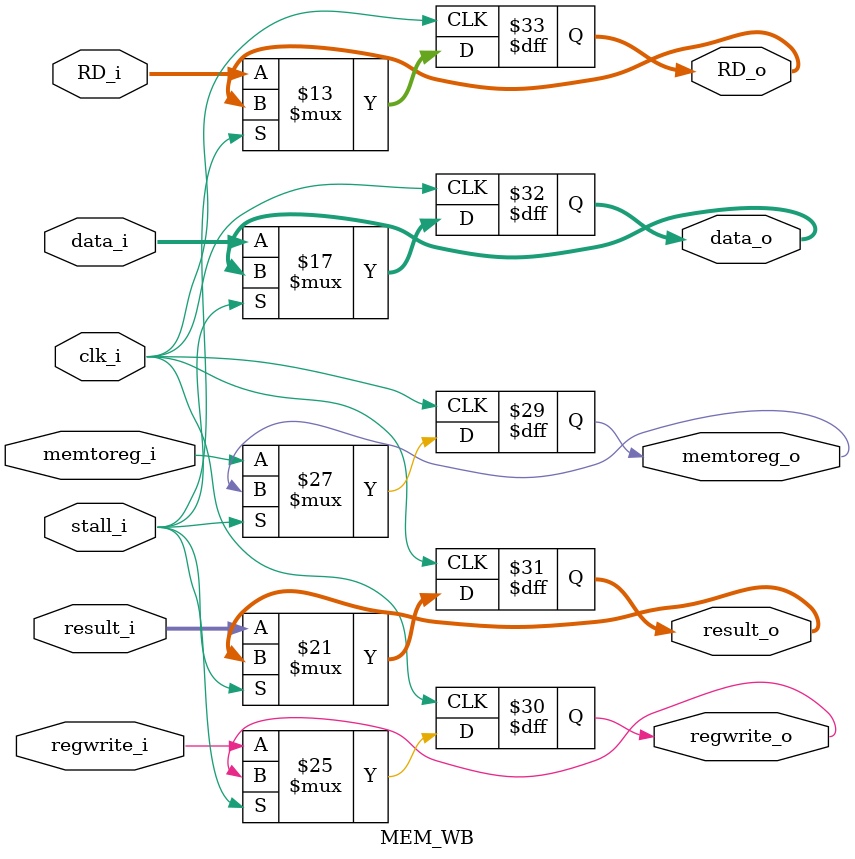
<source format=v>
module MEM_WB
(
    clk_i,
    memtoreg_i,
    regwrite_i,
    data_i,
    result_i,
    RD_i,
    stall_i,
    memtoreg_o,
    regwrite_o,
    data_o,
    result_o,
    RD_o,
);

input				clk_i;
input				memtoreg_i;
input				regwrite_i;
input				stall_i;
input [31:0]		result_i;
input [31:0]		data_i;
input [4:0]			RD_i;

output reg			memtoreg_o = 1'b0;
output reg			regwrite_o = 1'b0;
output reg [31:0]	result_o = 32'b0;
output reg [31:0]	data_o = 32'b0;
output reg [4:0]	RD_o = 5'b0;

always@(posedge clk_i) begin
    if (~stall_i) begin
        memtoreg_o <= memtoreg_i;
        if(regwrite_i == 1'b1 || regwrite_i == 1'b0) begin
            regwrite_o	<= regwrite_i;
            RD_o		<= RD_i;
            data_o		<= data_i;
            result_o	<= result_i;
        end
    end
end
endmodule

</source>
